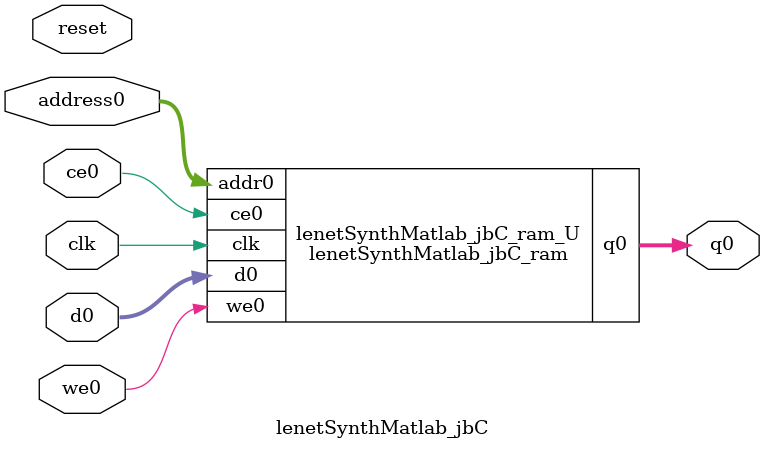
<source format=v>

`timescale 1 ns / 1 ps
module lenetSynthMatlab_jbC_ram (addr0, ce0, d0, we0, q0,  clk);

parameter DWIDTH = 16;
parameter AWIDTH = 13;
parameter MEM_SIZE = 4704;

input[AWIDTH-1:0] addr0;
input ce0;
input[DWIDTH-1:0] d0;
input we0;
output reg[DWIDTH-1:0] q0;
input clk;

(* ram_style = "block" *)reg [DWIDTH-1:0] ram[0:MEM_SIZE-1];




always @(posedge clk)  
begin 
    if (ce0) 
    begin
        if (we0) 
        begin 
            ram[addr0] <= d0; 
            q0 <= d0;
        end 
        else 
            q0 <= ram[addr0];
    end
end


endmodule


`timescale 1 ns / 1 ps
module lenetSynthMatlab_jbC(
    reset,
    clk,
    address0,
    ce0,
    we0,
    d0,
    q0);

parameter DataWidth = 32'd16;
parameter AddressRange = 32'd4704;
parameter AddressWidth = 32'd13;
input reset;
input clk;
input[AddressWidth - 1:0] address0;
input ce0;
input we0;
input[DataWidth - 1:0] d0;
output[DataWidth - 1:0] q0;



lenetSynthMatlab_jbC_ram lenetSynthMatlab_jbC_ram_U(
    .clk( clk ),
    .addr0( address0 ),
    .ce0( ce0 ),
    .we0( we0 ),
    .d0( d0 ),
    .q0( q0 ));

endmodule


</source>
